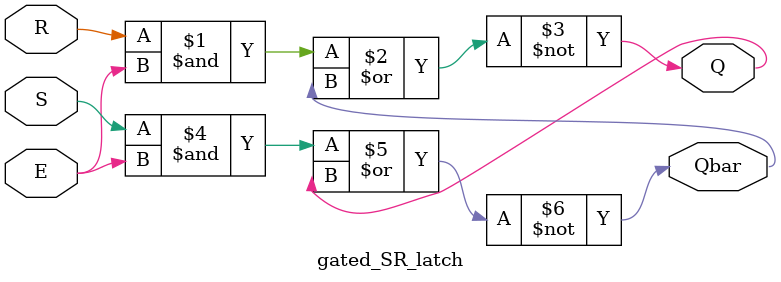
<source format=v>
`timescale 1ns / 1ps


module gated_SR_latch(
    input R,
    input E,
    input S,
    output Q,
    output Qbar
    );
    
    assign #2 Q = ~( (R & E) | Qbar);
    assign #2 Qbar = ~ ( (S & E) | Q); 
    
endmodule

</source>
